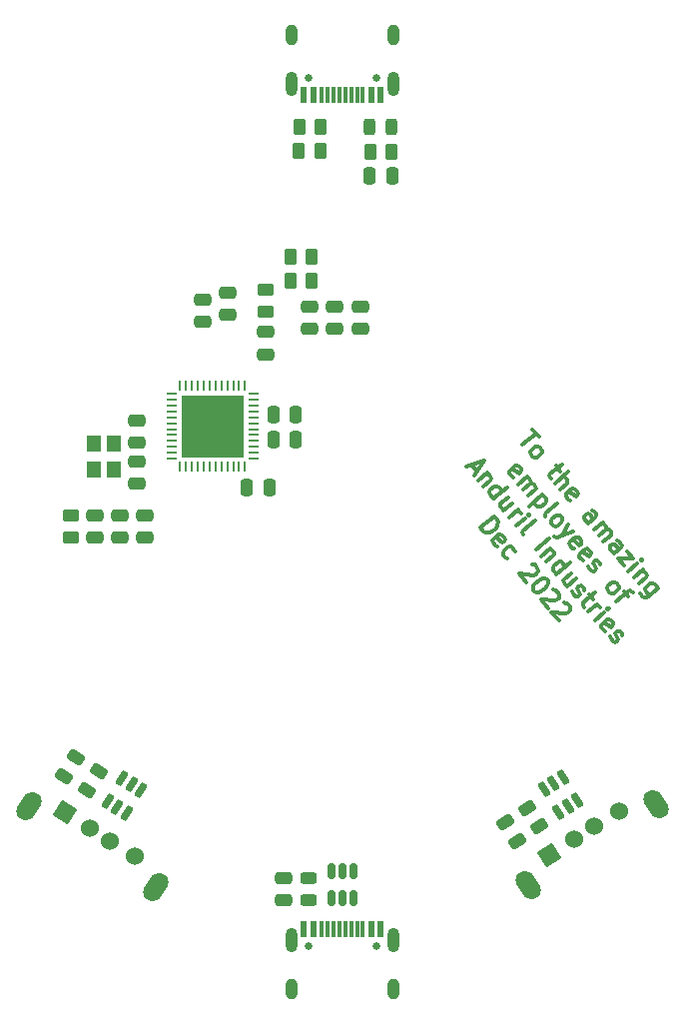
<source format=gbr>
%TF.GenerationSoftware,KiCad,Pcbnew,(6.0.8)*%
%TF.CreationDate,2022-12-04T22:26:40-08:00*%
%TF.ProjectId,Anduril USB Hub,416e6475-7269-46c2-9055-534220487562,rev?*%
%TF.SameCoordinates,Original*%
%TF.FileFunction,Soldermask,Top*%
%TF.FilePolarity,Negative*%
%FSLAX46Y46*%
G04 Gerber Fmt 4.6, Leading zero omitted, Abs format (unit mm)*
G04 Created by KiCad (PCBNEW (6.0.8)) date 2022-12-04 22:26:40*
%MOMM*%
%LPD*%
G01*
G04 APERTURE LIST*
G04 Aperture macros list*
%AMRoundRect*
0 Rectangle with rounded corners*
0 $1 Rounding radius*
0 $2 $3 $4 $5 $6 $7 $8 $9 X,Y pos of 4 corners*
0 Add a 4 corners polygon primitive as box body*
4,1,4,$2,$3,$4,$5,$6,$7,$8,$9,$2,$3,0*
0 Add four circle primitives for the rounded corners*
1,1,$1+$1,$2,$3*
1,1,$1+$1,$4,$5*
1,1,$1+$1,$6,$7*
1,1,$1+$1,$8,$9*
0 Add four rect primitives between the rounded corners*
20,1,$1+$1,$2,$3,$4,$5,0*
20,1,$1+$1,$4,$5,$6,$7,0*
20,1,$1+$1,$6,$7,$8,$9,0*
20,1,$1+$1,$8,$9,$2,$3,0*%
%AMHorizOval*
0 Thick line with rounded ends*
0 $1 width*
0 $2 $3 position (X,Y) of the first rounded end (center of the circle)*
0 $4 $5 position (X,Y) of the second rounded end (center of the circle)*
0 Add line between two ends*
20,1,$1,$2,$3,$4,$5,0*
0 Add two circle primitives to create the rounded ends*
1,1,$1,$2,$3*
1,1,$1,$4,$5*%
%AMRotRect*
0 Rectangle, with rotation*
0 The origin of the aperture is its center*
0 $1 length*
0 $2 width*
0 $3 Rotation angle, in degrees counterclockwise*
0 Add horizontal line*
21,1,$1,$2,0,0,$3*%
G04 Aperture macros list end*
%ADD10C,0.300000*%
%ADD11RoundRect,0.250000X-0.534936X-0.044369X-0.266286X-0.466065X0.534936X0.044369X0.266286X0.466065X0*%
%ADD12RotRect,1.524000X1.524000X32.500000*%
%ADD13C,1.524000*%
%ADD14HorizOval,1.600000X-0.268650X0.421696X0.268650X-0.421696X0*%
%ADD15RoundRect,0.250000X-0.475000X0.250000X-0.475000X-0.250000X0.475000X-0.250000X0.475000X0.250000X0*%
%ADD16RoundRect,0.150000X0.401875X-0.351643X-0.148857X0.512833X-0.401875X0.351643X0.148857X-0.512833X0*%
%ADD17RoundRect,0.243750X0.456250X-0.243750X0.456250X0.243750X-0.456250X0.243750X-0.456250X-0.243750X0*%
%ADD18RoundRect,0.250000X0.262500X0.450000X-0.262500X0.450000X-0.262500X-0.450000X0.262500X-0.450000X0*%
%ADD19RoundRect,0.250000X-0.262500X-0.450000X0.262500X-0.450000X0.262500X0.450000X-0.262500X0.450000X0*%
%ADD20RoundRect,0.250000X-0.450000X0.262500X-0.450000X-0.262500X0.450000X-0.262500X0.450000X0.262500X0*%
%ADD21RoundRect,0.250000X0.475000X-0.250000X0.475000X0.250000X-0.475000X0.250000X-0.475000X-0.250000X0*%
%ADD22RoundRect,0.150000X0.150000X-0.512500X0.150000X0.512500X-0.150000X0.512500X-0.150000X-0.512500X0*%
%ADD23RoundRect,0.243750X0.253831X-0.450720X0.515764X-0.039566X-0.253831X0.450720X-0.515764X0.039566X0*%
%ADD24C,0.650000*%
%ADD25R,0.600000X1.450000*%
%ADD26R,0.300000X1.450000*%
%ADD27O,1.000000X2.100000*%
%ADD28O,1.000000X1.800000*%
%ADD29RoundRect,0.250000X-0.250000X-0.475000X0.250000X-0.475000X0.250000X0.475000X-0.250000X0.475000X0*%
%ADD30RoundRect,0.062500X0.062500X-0.337500X0.062500X0.337500X-0.062500X0.337500X-0.062500X-0.337500X0*%
%ADD31RoundRect,0.062500X0.337500X-0.062500X0.337500X0.062500X-0.337500X0.062500X-0.337500X-0.062500X0*%
%ADD32R,5.300000X5.300000*%
%ADD33RotRect,1.524000X1.524000X327.500000*%
%ADD34HorizOval,1.600000X-0.268650X-0.421696X0.268650X0.421696X0*%
%ADD35RoundRect,0.243750X-0.243750X-0.456250X0.243750X-0.456250X0.243750X0.456250X-0.243750X0.456250X0*%
%ADD36R,1.200000X1.400000*%
%ADD37RoundRect,0.250000X-0.266286X0.466065X-0.534936X0.044369X0.266286X-0.466065X0.534936X-0.044369X0*%
%ADD38RoundRect,0.150000X-0.148857X-0.512833X0.401875X0.351643X0.148857X0.512833X-0.401875X-0.351643X0*%
%ADD39RoundRect,0.243750X0.515764X0.039566X0.253831X0.450720X-0.515764X-0.039566X-0.253831X-0.450720X0*%
G04 APERTURE END LIST*
D10*
X128525768Y-66020326D02*
X129076729Y-66676935D01*
X127652182Y-67312812D02*
X128801249Y-66348631D01*
X128386796Y-68188292D02*
X128349687Y-68032943D01*
X128358491Y-67932312D01*
X128422012Y-67785768D01*
X128750317Y-67510288D01*
X128905666Y-67473178D01*
X129006296Y-67481982D01*
X129152841Y-67545504D01*
X129290581Y-67709656D01*
X129327690Y-67865005D01*
X129318886Y-67965635D01*
X129255365Y-68112180D01*
X128927060Y-68387660D01*
X128771712Y-68424769D01*
X128671081Y-68415965D01*
X128524536Y-68352444D01*
X128386796Y-68188292D01*
X130484329Y-69132310D02*
X130851637Y-69570050D01*
X131005092Y-68975069D02*
X130020177Y-69801510D01*
X129956656Y-69948054D01*
X129993765Y-70103403D01*
X130085592Y-70212838D01*
X130406986Y-70595860D02*
X131556053Y-69631678D01*
X130820206Y-71088317D02*
X131422099Y-70583269D01*
X131485620Y-70436725D01*
X131448511Y-70281377D01*
X131310771Y-70117225D01*
X131164226Y-70053703D01*
X131063595Y-70044899D01*
X131701365Y-72027318D02*
X131554821Y-71963796D01*
X131371167Y-71744926D01*
X131334058Y-71589578D01*
X131397579Y-71443034D01*
X131835319Y-71075727D01*
X131990667Y-71038617D01*
X132137212Y-71102139D01*
X132320865Y-71321009D01*
X132357975Y-71476357D01*
X132294453Y-71622901D01*
X132185018Y-71714728D01*
X131616449Y-71259380D01*
X133253617Y-73988342D02*
X133855509Y-73483295D01*
X133919030Y-73336751D01*
X133881921Y-73181402D01*
X133698267Y-72962532D01*
X133551723Y-72899011D01*
X133308334Y-73942429D02*
X133161790Y-73878907D01*
X132932223Y-73605320D01*
X132895114Y-73449972D01*
X132958635Y-73303427D01*
X133068070Y-73211601D01*
X133223418Y-73174491D01*
X133369963Y-73238013D01*
X133599530Y-73511600D01*
X133746074Y-73575122D01*
X133712751Y-74535517D02*
X134478795Y-73892729D01*
X134369360Y-73984556D02*
X134469991Y-73993360D01*
X134616535Y-74056882D01*
X134754276Y-74221034D01*
X134791385Y-74376382D01*
X134727863Y-74522927D01*
X134125971Y-75027974D01*
X134727863Y-74522927D02*
X134883212Y-74485817D01*
X135029756Y-74549339D01*
X135167496Y-74713491D01*
X135204606Y-74868840D01*
X135141084Y-75015384D01*
X134539192Y-75520431D01*
X135411547Y-76560063D02*
X136013439Y-76055016D01*
X136076960Y-75908471D01*
X136039851Y-75753123D01*
X135856197Y-75534253D01*
X135709653Y-75470732D01*
X135466264Y-76514150D02*
X135319720Y-76450628D01*
X135090153Y-76177041D01*
X135053043Y-76021692D01*
X135116565Y-75875148D01*
X135226000Y-75783321D01*
X135381348Y-75746212D01*
X135527892Y-75809734D01*
X135757459Y-76083321D01*
X135904004Y-76146842D01*
X136544898Y-76355015D02*
X137049946Y-76956907D01*
X135778854Y-76997803D01*
X136283901Y-77599695D01*
X136651208Y-78037434D02*
X137417253Y-77394647D01*
X137800275Y-77073253D02*
X137699644Y-77064449D01*
X137690840Y-77165080D01*
X137791471Y-77173884D01*
X137800275Y-77073253D01*
X137690840Y-77165080D01*
X137876387Y-77941821D02*
X137110342Y-78584609D01*
X137766952Y-78033648D02*
X137867583Y-78042452D01*
X138014127Y-78105974D01*
X138151867Y-78270126D01*
X138188977Y-78425474D01*
X138125455Y-78572019D01*
X137523563Y-79077066D01*
X139161962Y-79473910D02*
X138231765Y-80254438D01*
X138076417Y-80291547D01*
X137975786Y-80282743D01*
X137829242Y-80219222D01*
X137691502Y-80055069D01*
X137654392Y-79899721D01*
X138450635Y-80070784D02*
X138304091Y-80007263D01*
X138120437Y-79788393D01*
X138083328Y-79633045D01*
X138092132Y-79532414D01*
X138155653Y-79385870D01*
X138483958Y-79110389D01*
X138639307Y-79073280D01*
X138739937Y-79082084D01*
X138886482Y-79145605D01*
X139070135Y-79364475D01*
X139107245Y-79519824D01*
X126912911Y-70077732D02*
X126766366Y-70014211D01*
X126582713Y-69795341D01*
X126545603Y-69639993D01*
X126609125Y-69493448D01*
X127046865Y-69126141D01*
X127202213Y-69089032D01*
X127348757Y-69152553D01*
X127532411Y-69371423D01*
X127569520Y-69526772D01*
X127505999Y-69673316D01*
X127396564Y-69765143D01*
X126827995Y-69309795D01*
X127317327Y-70670820D02*
X128083372Y-70028033D01*
X127973937Y-70119860D02*
X128074567Y-70128664D01*
X128221112Y-70192185D01*
X128358852Y-70356337D01*
X128395961Y-70511686D01*
X128332440Y-70658230D01*
X127730548Y-71163277D01*
X128332440Y-70658230D02*
X128487788Y-70621121D01*
X128634332Y-70684642D01*
X128772073Y-70848795D01*
X128809182Y-71004143D01*
X128745660Y-71150687D01*
X128143768Y-71655735D01*
X129368947Y-71560122D02*
X128219880Y-72524303D01*
X129314229Y-71606035D02*
X129460774Y-71669557D01*
X129644427Y-71888426D01*
X129681536Y-72043775D01*
X129672732Y-72144406D01*
X129609211Y-72290950D01*
X129280906Y-72566430D01*
X129125558Y-72603540D01*
X129024927Y-72594736D01*
X128878383Y-72531214D01*
X128694729Y-72312344D01*
X128657620Y-72156996D01*
X129612997Y-73406693D02*
X129575888Y-73251345D01*
X129639409Y-73104801D01*
X130624324Y-72278360D01*
X130118045Y-74008585D02*
X130080935Y-73853237D01*
X130089739Y-73752606D01*
X130153261Y-73606062D01*
X130481566Y-73330582D01*
X130636914Y-73293472D01*
X130737545Y-73302276D01*
X130884089Y-73365798D01*
X131021829Y-73529950D01*
X131058938Y-73685299D01*
X131050134Y-73785929D01*
X130986613Y-73932474D01*
X130658308Y-74207954D01*
X130502960Y-74245063D01*
X130402329Y-74236259D01*
X130255785Y-74172738D01*
X130118045Y-74008585D01*
X131526877Y-74131842D02*
X130990399Y-75048217D01*
X131986011Y-74679017D02*
X130990399Y-75048217D01*
X130624985Y-75168349D01*
X130524354Y-75159545D01*
X130377810Y-75096024D01*
X132009298Y-76151370D02*
X131862754Y-76087849D01*
X131679100Y-75868979D01*
X131641991Y-75713631D01*
X131705512Y-75567086D01*
X132143252Y-75199779D01*
X132298600Y-75162670D01*
X132445145Y-75226191D01*
X132628798Y-75445061D01*
X132665908Y-75600410D01*
X132602386Y-75746954D01*
X132492951Y-75838781D01*
X131924382Y-75383433D01*
X132835739Y-77136285D02*
X132689195Y-77072763D01*
X132505541Y-76853893D01*
X132468432Y-76698545D01*
X132531954Y-76552001D01*
X132969693Y-76184694D01*
X133125042Y-76147584D01*
X133271586Y-76211106D01*
X133455239Y-76429976D01*
X133492349Y-76585324D01*
X133428827Y-76731868D01*
X133319392Y-76823695D01*
X132750823Y-76368347D01*
X133248960Y-77628742D02*
X133286069Y-77784090D01*
X133469723Y-78002960D01*
X133616267Y-78066482D01*
X133771615Y-78029372D01*
X133826333Y-77983459D01*
X133889854Y-77836915D01*
X133852745Y-77681566D01*
X133715005Y-77517414D01*
X133677895Y-77362066D01*
X133741417Y-77215521D01*
X133796134Y-77169608D01*
X133951483Y-77132498D01*
X134098027Y-77196020D01*
X134235767Y-77360172D01*
X134272877Y-77515521D01*
X134893038Y-79699201D02*
X134855929Y-79543853D01*
X134864733Y-79443222D01*
X134928254Y-79296678D01*
X135256559Y-79021197D01*
X135411908Y-78984088D01*
X135512538Y-78992892D01*
X135659083Y-79056414D01*
X135796823Y-79220566D01*
X135833932Y-79375914D01*
X135825128Y-79476545D01*
X135761607Y-79623089D01*
X135433302Y-79898570D01*
X135277954Y-79935679D01*
X135177323Y-79926875D01*
X135030778Y-79863354D01*
X134893038Y-79699201D01*
X136255957Y-79767741D02*
X136623264Y-80205480D01*
X135627653Y-80574681D02*
X136612567Y-79748239D01*
X136767915Y-79711130D01*
X136914459Y-79774652D01*
X137006286Y-79884087D01*
X123362225Y-69047647D02*
X123821359Y-69594821D01*
X122942093Y-69213692D02*
X124412554Y-68632533D01*
X123584881Y-69979736D01*
X124672319Y-69719971D02*
X123906274Y-70362759D01*
X124562884Y-69811798D02*
X124663515Y-69820602D01*
X124810059Y-69884123D01*
X124947799Y-70048276D01*
X124984909Y-70203624D01*
X124921387Y-70350168D01*
X124319495Y-70855216D01*
X125191850Y-71894848D02*
X126340916Y-70930666D01*
X125246567Y-71848934D02*
X125100023Y-71785413D01*
X124916369Y-71566543D01*
X124879260Y-71411194D01*
X124888064Y-71310564D01*
X124951586Y-71164019D01*
X125279890Y-70888539D01*
X125435239Y-70851430D01*
X125535869Y-70860234D01*
X125682414Y-70923755D01*
X125866067Y-71142625D01*
X125903177Y-71297973D01*
X126830249Y-72291692D02*
X126064204Y-72934479D01*
X126417028Y-71799235D02*
X125815136Y-72304282D01*
X125751615Y-72450826D01*
X125788724Y-72606175D01*
X125926464Y-72770327D01*
X126073008Y-72833848D01*
X126173639Y-72842653D01*
X126523338Y-73481654D02*
X127289383Y-72838866D01*
X127070513Y-73022520D02*
X127225861Y-72985411D01*
X127326492Y-72994215D01*
X127473036Y-73057736D01*
X127564863Y-73167171D01*
X127120212Y-74192981D02*
X127886257Y-73550193D01*
X128269279Y-73228799D02*
X128168648Y-73219995D01*
X128159844Y-73320626D01*
X128260475Y-73329430D01*
X128269279Y-73228799D01*
X128159844Y-73320626D01*
X127717087Y-74904308D02*
X127679977Y-74748960D01*
X127743499Y-74602415D01*
X128728413Y-73775974D01*
X128819008Y-76217527D02*
X129968075Y-75253346D01*
X130044187Y-76121914D02*
X129278142Y-76764702D01*
X129934752Y-76213741D02*
X130035383Y-76222545D01*
X130181927Y-76286066D01*
X130319667Y-76450219D01*
X130356777Y-76605567D01*
X130293255Y-76752111D01*
X129691363Y-77257159D01*
X130563718Y-78296790D02*
X131712784Y-77332609D01*
X130618435Y-78250877D02*
X130471891Y-78187356D01*
X130288237Y-77968486D01*
X130251128Y-77813137D01*
X130259932Y-77712506D01*
X130323453Y-77565962D01*
X130651758Y-77290482D01*
X130807106Y-77253372D01*
X130907737Y-77262177D01*
X131054282Y-77325698D01*
X131237935Y-77544568D01*
X131275045Y-77699916D01*
X132202117Y-78693635D02*
X131436072Y-79336422D01*
X131788896Y-78201177D02*
X131187004Y-78706225D01*
X131123482Y-78852769D01*
X131160592Y-79008117D01*
X131298332Y-79172270D01*
X131444876Y-79235791D01*
X131545507Y-79244595D01*
X131904010Y-79782966D02*
X131941120Y-79938314D01*
X132124773Y-80157184D01*
X132271317Y-80220706D01*
X132426666Y-80183596D01*
X132481383Y-80137683D01*
X132544905Y-79991139D01*
X132507795Y-79835790D01*
X132370055Y-79671638D01*
X132332946Y-79516290D01*
X132396467Y-79369745D01*
X132451185Y-79323832D01*
X132606533Y-79286723D01*
X132753077Y-79350244D01*
X132890818Y-79514396D01*
X132927927Y-79669745D01*
X133304038Y-80006854D02*
X133671345Y-80444593D01*
X133824801Y-79849612D02*
X132839886Y-80676053D01*
X132776365Y-80822598D01*
X132813474Y-80977946D01*
X132905301Y-81087381D01*
X133226695Y-81470403D02*
X133992739Y-80827616D01*
X133773869Y-81011269D02*
X133929218Y-80974160D01*
X134029849Y-80982964D01*
X134176393Y-81046485D01*
X134268220Y-81155920D01*
X133823569Y-82181730D02*
X134589613Y-81538942D01*
X134972636Y-81217549D02*
X134872005Y-81208745D01*
X134863201Y-81309375D01*
X134963832Y-81318180D01*
X134972636Y-81217549D01*
X134863201Y-81309375D01*
X134704728Y-83120731D02*
X134558183Y-83057209D01*
X134374530Y-82838340D01*
X134337420Y-82682991D01*
X134400942Y-82536447D01*
X134838682Y-82169140D01*
X134994030Y-82132030D01*
X135140574Y-82195552D01*
X135324228Y-82414422D01*
X135361337Y-82569770D01*
X135297816Y-82716314D01*
X135188381Y-82808141D01*
X134619812Y-82352793D01*
X135117948Y-83613188D02*
X135155058Y-83768536D01*
X135338711Y-83987406D01*
X135485255Y-84050928D01*
X135640604Y-84013818D01*
X135695321Y-83967905D01*
X135758843Y-83821361D01*
X135721733Y-83666012D01*
X135583993Y-83501860D01*
X135546884Y-83346512D01*
X135610405Y-83199968D01*
X135665123Y-83154054D01*
X135820471Y-83116945D01*
X135967015Y-83180466D01*
X136104756Y-83344619D01*
X136141865Y-83499967D01*
X124122380Y-74377376D02*
X125271447Y-73413195D01*
X125501014Y-73686782D01*
X125584037Y-73896848D01*
X125566429Y-74098110D01*
X125502907Y-74244654D01*
X125329951Y-74483025D01*
X125165798Y-74620765D01*
X124901015Y-74749701D01*
X124745667Y-74786811D01*
X124544405Y-74769203D01*
X124351947Y-74650964D01*
X124122380Y-74377376D01*
X125508587Y-75918269D02*
X125362042Y-75854748D01*
X125178389Y-75635878D01*
X125141279Y-75480530D01*
X125204801Y-75333985D01*
X125642541Y-74966678D01*
X125797889Y-74929569D01*
X125944433Y-74993090D01*
X126128087Y-75211960D01*
X126165196Y-75367309D01*
X126101675Y-75513853D01*
X125992240Y-75605680D01*
X125423671Y-75150332D01*
X126380941Y-76957901D02*
X126234397Y-76894380D01*
X126050743Y-76675510D01*
X126013634Y-76520161D01*
X126022438Y-76419531D01*
X126085960Y-76272986D01*
X126414264Y-75997506D01*
X126569613Y-75960397D01*
X126670243Y-75969201D01*
X126816788Y-76032722D01*
X127000441Y-76251592D01*
X127037551Y-76406940D01*
X128467777Y-77444679D02*
X128568408Y-77453483D01*
X128714952Y-77517005D01*
X128944519Y-77790592D01*
X128981629Y-77945940D01*
X128972824Y-78046571D01*
X128909303Y-78193115D01*
X128799868Y-78284942D01*
X128589802Y-78367965D01*
X127382232Y-78262316D01*
X127979106Y-78973643D01*
X129725047Y-78720789D02*
X129816874Y-78830224D01*
X129853983Y-78985572D01*
X129845179Y-79086203D01*
X129781658Y-79232747D01*
X129608701Y-79471118D01*
X129335114Y-79700685D01*
X129070331Y-79829621D01*
X128914982Y-79866731D01*
X128814351Y-79857926D01*
X128667807Y-79794405D01*
X128575980Y-79684970D01*
X128538871Y-79529622D01*
X128547675Y-79428991D01*
X128611197Y-79282447D01*
X128784153Y-79044076D01*
X129057740Y-78814509D01*
X129322524Y-78685572D01*
X129477872Y-78648463D01*
X129578503Y-78657267D01*
X129725047Y-78720789D01*
X130304313Y-79633377D02*
X130404944Y-79642181D01*
X130551488Y-79705703D01*
X130781055Y-79979290D01*
X130818165Y-80134639D01*
X130809361Y-80235269D01*
X130745839Y-80381814D01*
X130636404Y-80473640D01*
X130426338Y-80556663D01*
X129218768Y-80451014D01*
X129815642Y-81162341D01*
X131222581Y-80727727D02*
X131323212Y-80736531D01*
X131469756Y-80800052D01*
X131699323Y-81073639D01*
X131736433Y-81228988D01*
X131727629Y-81329619D01*
X131664107Y-81476163D01*
X131554672Y-81567990D01*
X131344606Y-81651012D01*
X130137036Y-81545364D01*
X130733910Y-82256691D01*
D11*
%TO.C,C19*%
X126189565Y-99298778D03*
X127210435Y-100901222D03*
%TD*%
D12*
%TO.C,J4*%
X129968048Y-102118948D03*
D13*
X132076527Y-100775699D03*
X133763310Y-99701100D03*
X135871788Y-98357851D03*
D14*
X138962383Y-97811752D03*
X128166972Y-104689187D03*
%TD*%
D15*
%TO.C,C6*%
X95638342Y-73306379D03*
X95638342Y-75206379D03*
%TD*%
D16*
%TO.C,U4*%
X130709956Y-98469792D03*
X131511178Y-97959358D03*
X132312400Y-97448923D03*
X131090044Y-95530208D03*
X130288822Y-96040642D03*
X129487600Y-96551077D03*
%TD*%
D17*
%TO.C,F3*%
X109550000Y-105937500D03*
X109550000Y-104062500D03*
%TD*%
D18*
%TO.C,FB1*%
X116562500Y-42475000D03*
X114737500Y-42475000D03*
%TD*%
D19*
%TO.C,R1*%
X108712500Y-42450000D03*
X110537500Y-42450000D03*
%TD*%
D20*
%TO.C,R3*%
X89388342Y-73343879D03*
X89388342Y-75168879D03*
%TD*%
D21*
%TO.C,C14*%
X111738342Y-57506379D03*
X111738342Y-55606379D03*
%TD*%
D22*
%TO.C,U3*%
X111450000Y-105737500D03*
X112400000Y-105737500D03*
X113350000Y-105737500D03*
X113350000Y-103462500D03*
X112400000Y-103462500D03*
X111450000Y-103462500D03*
%TD*%
D23*
%TO.C,F2*%
X90696282Y-96590679D03*
X91703718Y-95009321D03*
%TD*%
D15*
%TO.C,C12*%
X91438342Y-73306379D03*
X91438342Y-75206379D03*
%TD*%
D24*
%TO.C,J3*%
X115278342Y-109806379D03*
X109498342Y-109806379D03*
D25*
X109138342Y-108361379D03*
X109938342Y-108361379D03*
D26*
X111138342Y-108361379D03*
X112138342Y-108361379D03*
X112638342Y-108361379D03*
X113638342Y-108361379D03*
D25*
X114838342Y-108361379D03*
X115638342Y-108361379D03*
X115638342Y-108361379D03*
X114838342Y-108361379D03*
D26*
X114138342Y-108361379D03*
X113138342Y-108361379D03*
X111638342Y-108361379D03*
X110638342Y-108361379D03*
D25*
X109938342Y-108361379D03*
X109138342Y-108361379D03*
D27*
X116708342Y-109276379D03*
X108068342Y-109276379D03*
D28*
X108068342Y-113456379D03*
X116708342Y-113456379D03*
%TD*%
D29*
%TO.C,C13*%
X104288342Y-70981379D03*
X106188342Y-70981379D03*
%TD*%
D30*
%TO.C,U1*%
X98638342Y-69206379D03*
X99138342Y-69206379D03*
X99638342Y-69206379D03*
X100138342Y-69206379D03*
X100638342Y-69206379D03*
X101138342Y-69206379D03*
X101638342Y-69206379D03*
X102138342Y-69206379D03*
X102638342Y-69206379D03*
X103138342Y-69206379D03*
X103638342Y-69206379D03*
X104138342Y-69206379D03*
D31*
X104838342Y-68506379D03*
X104838342Y-68006379D03*
X104838342Y-67506379D03*
X104838342Y-67006379D03*
X104838342Y-66506379D03*
X104838342Y-66006379D03*
X104838342Y-65506379D03*
X104838342Y-65006379D03*
X104838342Y-64506379D03*
X104838342Y-64006379D03*
X104838342Y-63506379D03*
X104838342Y-63006379D03*
D30*
X104138342Y-62306379D03*
X103638342Y-62306379D03*
X103138342Y-62306379D03*
X102638342Y-62306379D03*
X102138342Y-62306379D03*
X101638342Y-62306379D03*
X101138342Y-62306379D03*
X100638342Y-62306379D03*
X100138342Y-62306379D03*
X99638342Y-62306379D03*
X99138342Y-62306379D03*
X98638342Y-62306379D03*
D31*
X97938342Y-63006379D03*
X97938342Y-63506379D03*
X97938342Y-64006379D03*
X97938342Y-64506379D03*
X97938342Y-65006379D03*
X97938342Y-65506379D03*
X97938342Y-66006379D03*
X97938342Y-66506379D03*
X97938342Y-67006379D03*
X97938342Y-67506379D03*
X97938342Y-68006379D03*
X97938342Y-68506379D03*
D32*
X101388342Y-65756379D03*
%TD*%
D21*
%TO.C,C16*%
X100588342Y-56906379D03*
X100588342Y-55006379D03*
%TD*%
%TO.C,C9*%
X109588342Y-57506379D03*
X109588342Y-55606379D03*
%TD*%
%TO.C,C3*%
X94988342Y-67156379D03*
X94988342Y-65256379D03*
%TD*%
D29*
%TO.C,C15*%
X106538342Y-66906379D03*
X108438342Y-66906379D03*
%TD*%
D33*
%TO.C,J2*%
X88904897Y-98473916D03*
D13*
X91013376Y-99817165D03*
X92700159Y-100891764D03*
X94808637Y-102235013D03*
D34*
X85814302Y-97927817D03*
X96609713Y-104805252D03*
%TD*%
D15*
%TO.C,C4*%
X105888342Y-57756379D03*
X105888342Y-59656379D03*
%TD*%
D35*
%TO.C,F1*%
X114700842Y-40406379D03*
X116575842Y-40406379D03*
%TD*%
D24*
%TO.C,J1*%
X109498342Y-36256379D03*
X115278342Y-36256379D03*
D25*
X115638342Y-37701379D03*
X114838342Y-37701379D03*
D26*
X113638342Y-37701379D03*
X112638342Y-37701379D03*
X112138342Y-37701379D03*
X111138342Y-37701379D03*
D25*
X109938342Y-37701379D03*
X109138342Y-37701379D03*
X109138342Y-37701379D03*
X109938342Y-37701379D03*
D26*
X110638342Y-37701379D03*
X111638342Y-37701379D03*
X113138342Y-37701379D03*
X114138342Y-37701379D03*
D25*
X114838342Y-37701379D03*
X115638342Y-37701379D03*
D28*
X116708342Y-32606379D03*
D27*
X116708342Y-36786379D03*
X108068342Y-36786379D03*
D28*
X108068342Y-32606379D03*
%TD*%
D36*
%TO.C,Y1*%
X93013342Y-69456379D03*
X93013342Y-67256379D03*
X91313342Y-67256379D03*
X91313342Y-69456379D03*
%TD*%
D21*
%TO.C,C8*%
X102688342Y-56306379D03*
X102688342Y-54406379D03*
%TD*%
%TO.C,C17*%
X113888342Y-57506379D03*
X113888342Y-55606379D03*
%TD*%
D37*
%TO.C,C1*%
X89810435Y-93798778D03*
X88789565Y-95401222D03*
%TD*%
D19*
%TO.C,R4*%
X107975842Y-51406379D03*
X109800842Y-51406379D03*
%TD*%
D15*
%TO.C,C5*%
X107400000Y-104050000D03*
X107400000Y-105950000D03*
%TD*%
D38*
%TO.C,U2*%
X92487600Y-97548923D03*
X93288822Y-98059358D03*
X94090044Y-98569792D03*
X95312400Y-96651077D03*
X94511178Y-96140642D03*
X93709956Y-95630208D03*
%TD*%
D29*
%TO.C,C7*%
X114725000Y-44575000D03*
X116625000Y-44575000D03*
%TD*%
D15*
%TO.C,C10*%
X93538342Y-73306379D03*
X93538342Y-75206379D03*
%TD*%
D21*
%TO.C,C2*%
X94988342Y-70631379D03*
X94988342Y-68731379D03*
%TD*%
D20*
%TO.C,R6*%
X105888342Y-54193879D03*
X105888342Y-56018879D03*
%TD*%
D29*
%TO.C,C11*%
X106538342Y-64756379D03*
X108438342Y-64756379D03*
%TD*%
D18*
%TO.C,R2*%
X110550842Y-40406379D03*
X108725842Y-40406379D03*
%TD*%
D19*
%TO.C,R5*%
X107975842Y-53456379D03*
X109800842Y-53456379D03*
%TD*%
D39*
%TO.C,F4*%
X129103718Y-99690679D03*
X128096282Y-98109321D03*
%TD*%
M02*

</source>
